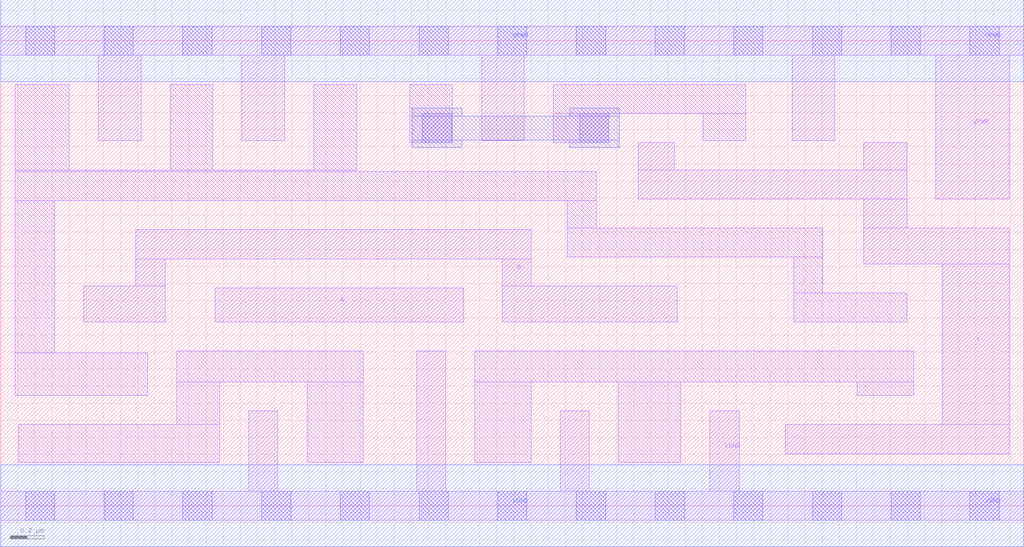
<source format=lef>
# Copyright 2020 The SkyWater PDK Authors
#
# Licensed under the Apache License, Version 2.0 (the "License");
# you may not use this file except in compliance with the License.
# You may obtain a copy of the License at
#
#     https://www.apache.org/licenses/LICENSE-2.0
#
# Unless required by applicable law or agreed to in writing, software
# distributed under the License is distributed on an "AS IS" BASIS,
# WITHOUT WARRANTIES OR CONDITIONS OF ANY KIND, either express or implied.
# See the License for the specific language governing permissions and
# limitations under the License.
#
# SPDX-License-Identifier: Apache-2.0

VERSION 5.7 ;
  NAMESCASESENSITIVE ON ;
  NOWIREEXTENSIONATPIN ON ;
  DIVIDERCHAR "/" ;
  BUSBITCHARS "[]" ;
UNITS
  DATABASE MICRONS 200 ;
END UNITS
MACRO sky130_fd_sc_hd__xnor2_2
  CLASS CORE ;
  SOURCE USER ;
  FOREIGN sky130_fd_sc_hd__xnor2_2 ;
  ORIGIN  0.000000  0.000000 ;
  SIZE  5.980000 BY  2.720000 ;
  SYMMETRY X Y R90 ;
  SITE unithd ;
  PIN A
    ANTENNAGATEAREA  0.990000 ;
    DIRECTION INPUT ;
    USE SIGNAL ;
    PORT
      LAYER li1 ;
        RECT 1.255000 1.075000 2.705000 1.275000 ;
    END
  END A
  PIN B
    ANTENNAGATEAREA  0.990000 ;
    DIRECTION INPUT ;
    USE SIGNAL ;
    PORT
      LAYER li1 ;
        RECT 0.485000 1.075000 0.960000 1.285000 ;
        RECT 0.790000 1.285000 0.960000 1.445000 ;
        RECT 0.790000 1.445000 3.100000 1.615000 ;
        RECT 2.930000 1.075000 3.955000 1.285000 ;
        RECT 2.930000 1.285000 3.100000 1.445000 ;
    END
  END B
  PIN Y
    ANTENNADIFFAREA  0.913000 ;
    DIRECTION OUTPUT ;
    USE SIGNAL ;
    PORT
      LAYER li1 ;
        RECT 3.725000 1.795000 5.295000 1.965000 ;
        RECT 3.725000 1.965000 3.935000 2.125000 ;
        RECT 4.585000 0.305000 5.895000 0.475000 ;
        RECT 5.045000 1.415000 5.895000 1.625000 ;
        RECT 5.045000 1.625000 5.295000 1.795000 ;
        RECT 5.045000 1.965000 5.295000 2.125000 ;
        RECT 5.505000 0.475000 5.895000 1.415000 ;
    END
  END Y
  PIN VGND
    DIRECTION INOUT ;
    SHAPE ABUTMENT ;
    USE GROUND ;
    PORT
      LAYER li1 ;
        RECT 0.000000 -0.085000 5.980000 0.085000 ;
        RECT 1.450000  0.085000 1.620000 0.555000 ;
        RECT 2.430000  0.085000 2.600000 0.905000 ;
        RECT 3.270000  0.085000 3.440000 0.555000 ;
        RECT 4.145000  0.085000 4.315000 0.555000 ;
      LAYER mcon ;
        RECT 0.145000 -0.085000 0.315000 0.085000 ;
        RECT 0.605000 -0.085000 0.775000 0.085000 ;
        RECT 1.065000 -0.085000 1.235000 0.085000 ;
        RECT 1.525000 -0.085000 1.695000 0.085000 ;
        RECT 1.985000 -0.085000 2.155000 0.085000 ;
        RECT 2.445000 -0.085000 2.615000 0.085000 ;
        RECT 2.905000 -0.085000 3.075000 0.085000 ;
        RECT 3.365000 -0.085000 3.535000 0.085000 ;
        RECT 3.825000 -0.085000 3.995000 0.085000 ;
        RECT 4.285000 -0.085000 4.455000 0.085000 ;
        RECT 4.745000 -0.085000 4.915000 0.085000 ;
        RECT 5.205000 -0.085000 5.375000 0.085000 ;
        RECT 5.665000 -0.085000 5.835000 0.085000 ;
      LAYER met1 ;
        RECT 0.000000 -0.240000 5.980000 0.240000 ;
    END
  END VGND
  PIN VPWR
    DIRECTION INOUT ;
    SHAPE ABUTMENT ;
    USE POWER ;
    PORT
      LAYER li1 ;
        RECT 0.000000 2.635000 5.980000 2.805000 ;
        RECT 0.570000 2.135000 0.820000 2.635000 ;
        RECT 1.410000 2.135000 1.660000 2.635000 ;
        RECT 2.810000 2.135000 3.060000 2.635000 ;
        RECT 4.625000 2.135000 4.875000 2.635000 ;
        RECT 5.465000 1.795000 5.895000 2.635000 ;
      LAYER mcon ;
        RECT 0.145000 2.635000 0.315000 2.805000 ;
        RECT 0.605000 2.635000 0.775000 2.805000 ;
        RECT 1.065000 2.635000 1.235000 2.805000 ;
        RECT 1.525000 2.635000 1.695000 2.805000 ;
        RECT 1.985000 2.635000 2.155000 2.805000 ;
        RECT 2.445000 2.635000 2.615000 2.805000 ;
        RECT 2.905000 2.635000 3.075000 2.805000 ;
        RECT 3.365000 2.635000 3.535000 2.805000 ;
        RECT 3.825000 2.635000 3.995000 2.805000 ;
        RECT 4.285000 2.635000 4.455000 2.805000 ;
        RECT 4.745000 2.635000 4.915000 2.805000 ;
        RECT 5.205000 2.635000 5.375000 2.805000 ;
        RECT 5.665000 2.635000 5.835000 2.805000 ;
      LAYER met1 ;
        RECT 0.000000 2.480000 5.980000 2.960000 ;
    END
  END VPWR
  OBS
    LAYER li1 ;
      RECT 0.085000 0.645000 0.860000 0.895000 ;
      RECT 0.085000 0.895000 0.315000 1.785000 ;
      RECT 0.085000 1.785000 3.480000 1.955000 ;
      RECT 0.085000 1.955000 2.080000 1.965000 ;
      RECT 0.085000 1.965000 0.400000 2.465000 ;
      RECT 0.105000 0.255000 1.280000 0.475000 ;
      RECT 0.990000 1.965000 1.240000 2.465000 ;
      RECT 1.030000 0.475000 1.280000 0.725000 ;
      RECT 1.030000 0.725000 2.120000 0.905000 ;
      RECT 1.790000 0.255000 2.120000 0.725000 ;
      RECT 1.830000 1.965000 2.080000 2.465000 ;
      RECT 2.390000 2.125000 2.640000 2.465000 ;
      RECT 2.770000 0.255000 3.100000 0.725000 ;
      RECT 2.770000 0.725000 5.335000 0.905000 ;
      RECT 3.230000 2.125000 3.555000 2.295000 ;
      RECT 3.230000 2.295000 4.355000 2.465000 ;
      RECT 3.310000 1.455000 4.805000 1.625000 ;
      RECT 3.310000 1.625000 3.480000 1.785000 ;
      RECT 3.610000 0.255000 3.975000 0.725000 ;
      RECT 4.105000 2.135000 4.355000 2.295000 ;
      RECT 4.635000 1.075000 5.295000 1.245000 ;
      RECT 4.635000 1.245000 4.805000 1.455000 ;
      RECT 5.005000 0.645000 5.335000 0.725000 ;
    LAYER mcon ;
      RECT 2.465000 2.125000 2.635000 2.295000 ;
      RECT 3.385000 2.125000 3.555000 2.295000 ;
    LAYER met1 ;
      RECT 2.405000 2.095000 2.695000 2.140000 ;
      RECT 2.405000 2.140000 3.615000 2.280000 ;
      RECT 2.405000 2.280000 2.695000 2.325000 ;
      RECT 3.325000 2.095000 3.615000 2.140000 ;
      RECT 3.325000 2.280000 3.615000 2.325000 ;
  END
END sky130_fd_sc_hd__xnor2_2
END LIBRARY

</source>
